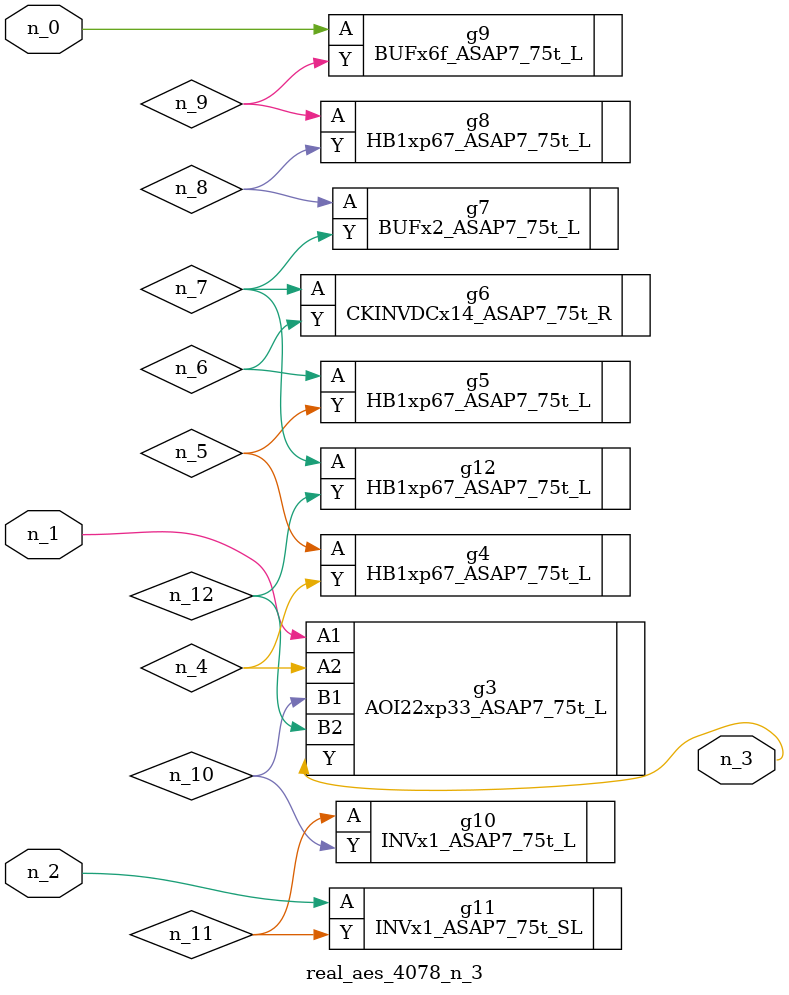
<source format=v>
module real_aes_4078_n_3 (n_0, n_2, n_1, n_3);
input n_0;
input n_2;
input n_1;
output n_3;
wire n_4;
wire n_5;
wire n_7;
wire n_8;
wire n_12;
wire n_6;
wire n_9;
wire n_10;
wire n_11;
BUFx6f_ASAP7_75t_L g9 ( .A(n_0), .Y(n_9) );
AOI22xp33_ASAP7_75t_L g3 ( .A1(n_1), .A2(n_4), .B1(n_10), .B2(n_12), .Y(n_3) );
INVx1_ASAP7_75t_SL g11 ( .A(n_2), .Y(n_11) );
HB1xp67_ASAP7_75t_L g4 ( .A(n_5), .Y(n_4) );
HB1xp67_ASAP7_75t_L g5 ( .A(n_6), .Y(n_5) );
CKINVDCx14_ASAP7_75t_R g6 ( .A(n_7), .Y(n_6) );
HB1xp67_ASAP7_75t_L g12 ( .A(n_7), .Y(n_12) );
BUFx2_ASAP7_75t_L g7 ( .A(n_8), .Y(n_7) );
HB1xp67_ASAP7_75t_L g8 ( .A(n_9), .Y(n_8) );
INVx1_ASAP7_75t_L g10 ( .A(n_11), .Y(n_10) );
endmodule
</source>
